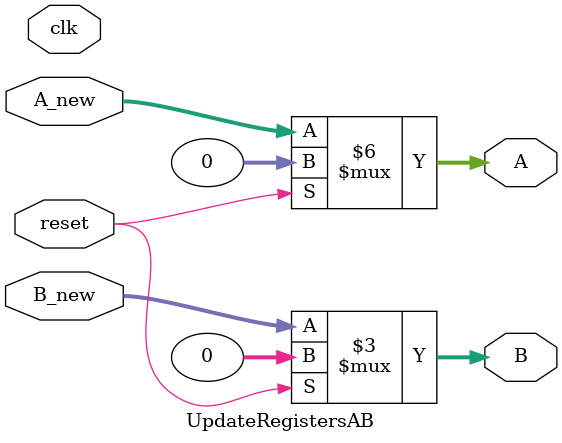
<source format=v>
module UpdateRegistersAB #(parameter data_width = 32) ( 
    input reset,
	input clk,
    input [data_width - 1 : 0] A_new,
    input [data_width - 1 : 0] B_new,
       	output reg [data_width - 1 : 0] A,
        output reg [data_width - 1 : 0] B);

always @(*) begin
    if(reset) begin
        A <= 0;
        B <= 0;
    end
    else begin
        A <= A_new;
        B <= B_new;
    end
end

endmodule

</source>
